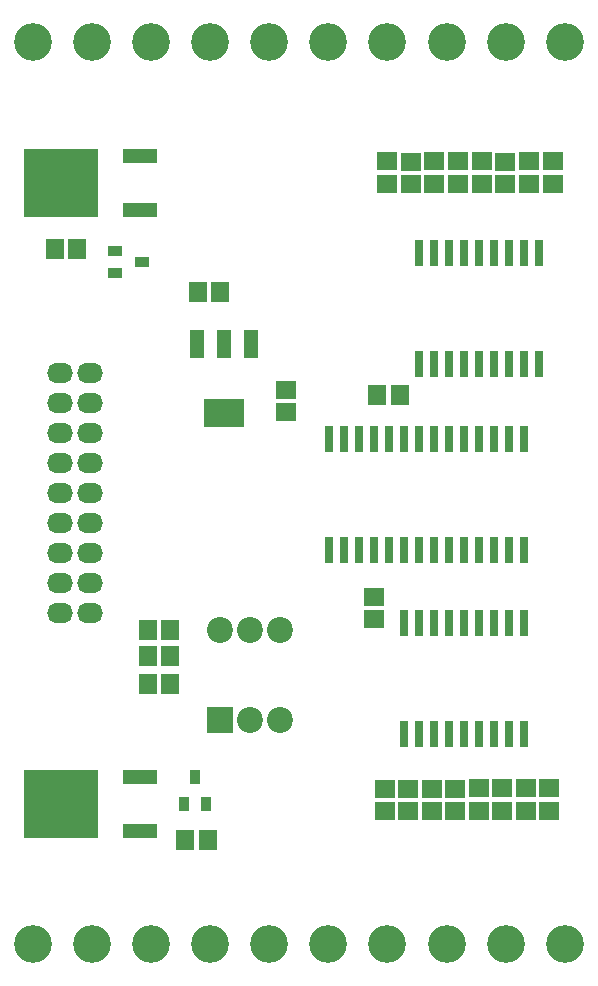
<source format=gts>
%TF.GenerationSoftware,Novarm,DipTrace,3.3.1.2*%
%TF.CreationDate,2019-03-12T20:56:30+01:00*%
%FSLAX35Y35*%
%MOMM*%
%TF.FileFunction,Soldermask,Top*%
%TF.Part,Single*%
%ADD42R,3.45X2.35*%
%ADD44R,1.15X2.35*%
%ADD46C,3.2*%
%ADD48R,0.8X2.2*%
%ADD50O,2.2X1.7*%
%ADD52C,2.2*%
%ADD54R,2.2X2.2*%
%ADD56R,6.35X5.75*%
%ADD58R,2.95X1.2*%
%ADD60R,1.25X0.85*%
%ADD62R,0.85X1.25*%
%ADD64R,1.7X1.5*%
%ADD66R,1.5X1.7*%
G75*
G01*
%LPD*%
D66*
X5068183Y6285163D3*
X5258183D3*
D64*
X5815327Y5270423D3*
Y5460423D3*
D66*
X6778963Y5417667D3*
X6588963D3*
D62*
X4952787Y1954673D3*
X5142787D3*
X5047787Y2184673D3*
D60*
X4369497Y6634080D3*
Y6444080D3*
X4599497Y6539080D3*
D58*
X4578217Y1726317D3*
Y2182317D3*
D56*
X3908217Y1954317D3*
D58*
X4582487Y6978877D3*
Y7434877D3*
D56*
X3912487Y7206877D3*
D66*
X4647280Y2968700D3*
X4837280D3*
X4647517Y3202417D3*
X4837517D3*
X4647420Y3423587D3*
X4837420D3*
D64*
X6559917Y3517587D3*
Y3707587D3*
X8046847Y2086397D3*
Y1896397D3*
X7847187Y2084977D3*
Y1894977D3*
X7647753Y2085090D3*
Y1895090D3*
X7448423Y2083817D3*
Y1893817D3*
X7249520Y2081587D3*
Y1891587D3*
X7050300Y2081903D3*
Y1891903D3*
X6850610Y2081110D3*
Y1891110D3*
X6650587Y2080270D3*
Y1890270D3*
X6673820Y7202967D3*
Y7392967D3*
X6873890Y7201950D3*
Y7391950D3*
X7073190Y7202277D3*
Y7392277D3*
X7273417Y7202777D3*
Y7392777D3*
X7473843Y7203667D3*
Y7393667D3*
X7673370Y7201377D3*
Y7391377D3*
X7872827Y7203360D3*
Y7393360D3*
X8072490Y7204230D3*
Y7394230D3*
D66*
X5151483Y1649020D3*
X4961483D3*
X3859340Y6650623D3*
X4049340D3*
D54*
X5258517Y2661297D3*
D52*
X5512517D3*
X5766517D3*
Y3423297D3*
X5512517D3*
X5258567D3*
D50*
X3904967Y5600627D3*
Y5346627D3*
Y5092627D3*
Y4838627D3*
Y4584627D3*
Y4330627D3*
Y4076627D3*
Y3822627D3*
Y3568627D3*
X4158967Y5600627D3*
Y5346627D3*
Y5092627D3*
Y4838627D3*
Y4584627D3*
Y4330627D3*
Y4076627D3*
Y3822627D3*
Y3568627D3*
D48*
X7830273Y5043790D3*
X7703273D3*
X7576273D3*
X7449273D3*
X7322273D3*
X7195273D3*
X7068273D3*
X6941273D3*
X6814273D3*
X6687273D3*
X6560273D3*
X6433273D3*
X6306273D3*
X6179273D3*
Y4103790D3*
X6306273D3*
X6433273D3*
X6560273D3*
X6687273D3*
X6814273D3*
X6941273D3*
X7068273D3*
X7195273D3*
X7322273D3*
X7449273D3*
X7576273D3*
X7703273D3*
X7830273D3*
X6941067Y5675800D3*
X7068067D3*
X7195067D3*
X7322067D3*
X7449067D3*
X7576067D3*
X7703067D3*
X7830067D3*
X7957067D3*
Y6615800D3*
X7830067D3*
X7703067D3*
X7576067D3*
X7449067D3*
X7322067D3*
X7195067D3*
X7068067D3*
X6941067D3*
X7827753Y3480907D3*
X7700753D3*
X7573753D3*
X7446753D3*
X7319753D3*
X7192753D3*
X7065753D3*
X6938753D3*
X6811753D3*
Y2540907D3*
X6938753D3*
X7065753D3*
X7192753D3*
X7319753D3*
X7446753D3*
X7573753D3*
X7700753D3*
X7827753D3*
D46*
X3675000Y8400000D3*
X4175000D3*
X4675000D3*
X5175000D3*
X5675000D3*
X6175000D3*
X8175000Y770000D3*
X7675000D3*
X7175000D3*
X6675000D3*
X6175000D3*
X5675000D3*
X6675000Y8400000D3*
X7175000D3*
X7675000D3*
X8175000D3*
X5175000Y770000D3*
X4675000D3*
X4175000D3*
X3675000D3*
D44*
X5523400Y5844653D3*
X5293400D3*
X5063400D3*
D42*
X5293400Y5264653D3*
M02*

</source>
